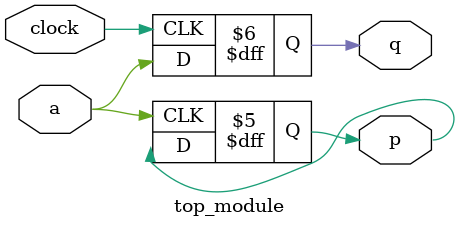
<source format=sv>
module top_module (
    input clock,
    input a,
    output reg p,
    output reg q
);

    always @(posedge clock) 
        q <= a;
    
    always @(posedge clock or posedge a) 
        if (clock)
            p <= p;

endmodule

</source>
